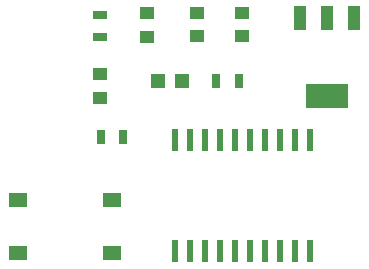
<source format=gtp>
G04 #@! TF.FileFunction,Paste,Top*
%FSLAX46Y46*%
G04 Gerber Fmt 4.6, Leading zero omitted, Abs format (unit mm)*
G04 Created by KiCad (PCBNEW 4.0.1-stable) date Thursday, July 14, 2016 'PMt' 10:08:35 PM*
%MOMM*%
G01*
G04 APERTURE LIST*
%ADD10C,0.100000*%
%ADD11R,0.600000X1.950000*%
%ADD12R,1.250000X1.000000*%
%ADD13R,1.198880X1.198880*%
%ADD14R,0.700000X1.300000*%
%ADD15R,1.300000X0.700000*%
%ADD16R,3.657600X2.032000*%
%ADD17R,1.016000X2.032000*%
%ADD18R,1.550000X1.300000*%
G04 APERTURE END LIST*
D10*
D11*
X120145000Y-116090000D03*
X121415000Y-116090000D03*
X122685000Y-116090000D03*
X123955000Y-116090000D03*
X125225000Y-116090000D03*
X126495000Y-116090000D03*
X127765000Y-116090000D03*
X129035000Y-116090000D03*
X130305000Y-116090000D03*
X131575000Y-116090000D03*
X131575000Y-106690000D03*
X130305000Y-106690000D03*
X129035000Y-106690000D03*
X127765000Y-106690000D03*
X126495000Y-106690000D03*
X125225000Y-106690000D03*
X123955000Y-106690000D03*
X122685000Y-106690000D03*
X121415000Y-106690000D03*
X120145000Y-106690000D03*
D12*
X113790000Y-101100000D03*
X113790000Y-103100000D03*
X117790000Y-95950000D03*
X117790000Y-97950000D03*
X121990000Y-95910000D03*
X121990000Y-97910000D03*
X125830000Y-97910000D03*
X125830000Y-95910000D03*
D13*
X120788040Y-101660000D03*
X118690000Y-101660000D03*
D14*
X123640000Y-101660000D03*
X125540000Y-101660000D03*
D15*
X113790000Y-96100000D03*
X113790000Y-98000000D03*
D14*
X113858000Y-106426000D03*
X115758000Y-106426000D03*
D16*
X133030000Y-102954000D03*
D17*
X133030000Y-96350000D03*
X130744000Y-96350000D03*
X135316000Y-96350000D03*
D18*
X106858000Y-116260000D03*
X106858000Y-111760000D03*
X114808000Y-111760000D03*
X114808000Y-116260000D03*
M02*

</source>
